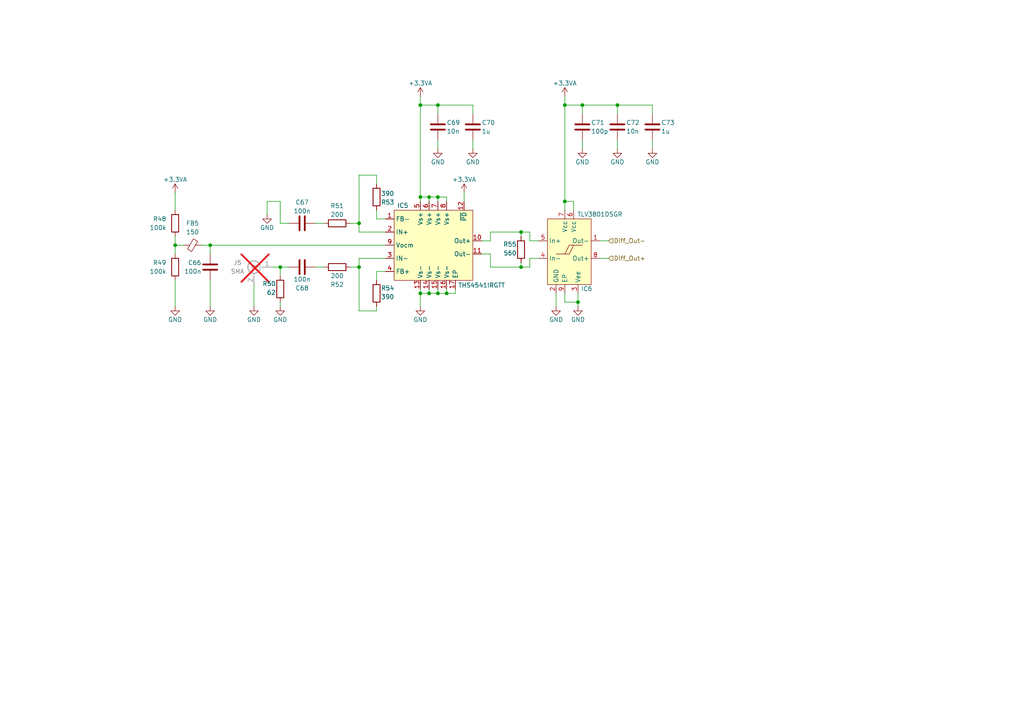
<source format=kicad_sch>
(kicad_sch (version 20250114) (generator "eeschema") (generator_version "9.0")
  (paper "A4")
  (lib_symbols
    (symbol "1_Symbol_Library:THS4541IRGTT"
      (property "Reference" "IC" (at 0 0 0))
      (property "Value" "THS4541IRGTT" (at 13.716 -11.43 0))
      (symbol "THS4541IRGTT_1_1"
        (rectangle (start -11.43 10.16) (end 11.43 -10.16) (fill (type background)))
        (pin passive line (at -13.97 7.62 0) (length 2.54) (name "FB-") (number "1"))
        (pin passive line (at -13.97 3.81 0) (length 2.54) (name "IN+") (number "2"))
        (pin passive line (at -13.97 0 0) (length 2.54) (name "Vocm") (number "9"))
        (pin passive line (at -13.97 -3.81 0) (length 2.54) (name "IN-") (number "3"))
        (pin passive line (at -13.97 -7.62 0) (length 2.54) (name "FB+") (number "4"))
        (pin passive line (at -3.81 12.7 270) (length 2.54) (name "Vs+") (number "5"))
        (pin passive line (at -3.81 -12.7 90) (length 2.54) (name "Vs-") (number "13"))
        (pin passive line (at -1.27 12.7 270) (length 2.54) (name "Vs+") (number "6"))
        (pin passive line (at -1.27 -12.7 90) (length 2.54) (name "Vs-") (number "14"))
        (pin passive line (at 1.27 12.7 270) (length 2.54) (name "Vs+") (number "7"))
        (pin passive line (at 1.27 -12.7 90) (length 2.54) (name "Vs-") (number "15"))
        (pin passive line (at 3.81 12.7 270) (length 2.54) (name "Vs+") (number "8"))
        (pin passive line (at 3.81 -12.7 90) (length 2.54) (name "Vs-") (number "16"))
        (pin passive line (at 6.35 -12.7 90) (length 2.54) (name "EP") (number "17"))
        (pin passive line (at 8.89 12.7 270) (length 2.54) (name "~{PD}") (number "12"))
        (pin passive line (at 13.97 1.27 180) (length 2.54) (name "Out+") (number "10"))
        (pin passive line (at 13.97 -2.54 180) (length 2.54) (name "Out-") (number "11"))
      )
    )
    (symbol "1_Symbol_Library:TLV3801DSGR"
      (property "Reference" "IC" (at -5.588 9.906 0))
      (property "Value" "TLV3801DSGR" (at 8.382 9.906 0))
      (symbol "TLV3801DSGR_1_1"
        (rectangle (start -6.35 8.89) (end 6.35 -10.16) (fill (type background)))
        (polyline (pts (xy -3.81 -1.27) (xy 0 -1.27) (xy 1.27 1.27) (xy 0 1.27) (xy -1.27 -1.27)))
        (polyline (pts (xy 1.27 1.27) (xy 3.81 1.27)))
        (pin passive line (at -8.89 2.54 0) (length 2.54) (name "In+") (number "5"))
        (pin passive line (at -8.89 -2.54 0) (length 2.54) (name "In-") (number "4"))
        (pin passive line (at -3.81 -12.7 90) (length 2.54) (name "GND") (number "2"))
        (pin passive line (at -1.27 11.43 270) (length 2.54) (name "Vcc") (number "7"))
        (pin passive line (at -1.27 -12.7 90) (length 2.54) (name "EP") (number "9"))
        (pin passive line (at 1.27 11.43 270) (length 2.54) (name "Vcc") (number "6"))
        (pin passive line (at 2.54 -12.7 90) (length 2.54) (name "Vee") (number "3"))
        (pin passive line (at 8.89 2.54 180) (length 2.54) (name "Out-") (number "1"))
        (pin passive line (at 8.89 -2.54 180) (length 2.54) (name "Out+") (number "8"))
      )
    )
    (symbol "Connector:Conn_Coaxial" (pin_names (offset 1.016) (hide yes))
      (property "Reference" "J" (at 0.254 3.048 0))
      (property "Value" "Conn_Coaxial" (at 2.921 0 90))
      (symbol "Conn_Coaxial_0_1"
        (polyline (pts (xy -2.54 0) (xy -0.508 0)))
        (arc (start 1.778 0) (mid 0.222 -1.8079) (end -1.778 -0.508) (stroke (width 0.254)))
        (arc (start -1.778 0.508) (mid 0.2221 1.8084) (end 1.778 0) (stroke (width 0.254)))
        (circle (center 0 0) (radius 0.508) (stroke (width 0.2032)))
        (polyline (pts (xy 0 -2.54) (xy 0 -1.778)))
      )
      (symbol "Conn_Coaxial_1_1"
        (pin passive line (at -5.08 0 0) (length 2.54) (name "In") (number "1"))
        (pin passive line (at 0 -5.08 90) (length 2.54) (name "Ext") (number "2"))
      )
    )
    (symbol "Device:C" (pin_numbers (hide yes)) (pin_names (offset 0.254))
      (property "Reference" "C" (at 0.635 2.54 0))
      (property "Value" "C" (at 0.635 -2.54 0))
      (symbol "C_0_1"
        (polyline (pts (xy -2.032 0.762) (xy 2.032 0.762)) (stroke (width 0.508)))
        (polyline (pts (xy -2.032 -0.762) (xy 2.032 -0.762)) (stroke (width 0.508)))
      )
      (symbol "C_1_1"
        (pin passive line (at 0 3.81 270) (length 2.794) (name "~") (number "1"))
        (pin passive line (at 0 -3.81 90) (length 2.794) (name "~") (number "2"))
      )
    )
    (symbol "Device:FerriteBead_Small" (pin_numbers (hide yes)) (pin_names (offset 0))
      (property "Reference" "FB" (at 1.905 1.27 0))
      (property "Value" "FerriteBead_Small" (at 1.905 -1.27 0))
      (symbol "FerriteBead_Small_0_1"
        (polyline (pts (xy -1.8288 0.2794) (xy -1.1176 1.4986) (xy 1.8288 -0.2032) (xy 1.1176 -1.4224) (xy -1.8288 0.2794)))
        (polyline (pts (xy 0 0.889) (xy 0 1.2954)))
        (polyline (pts (xy 0 -1.27) (xy 0 -0.7874)))
      )
      (symbol "FerriteBead_Small_1_1"
        (pin passive line (at 0 2.54 270) (length 1.27) (name "~") (number "1"))
        (pin passive line (at 0 -2.54 90) (length 1.27) (name "~") (number "2"))
      )
    )
    (symbol "Device:R" (pin_numbers (hide yes)) (pin_names (offset 0))
      (property "Reference" "R" (at 2.032 0 90))
      (property "Value" "R" (at 0 0 90))
      (symbol "R_0_1"
        (rectangle (start -1.016 -2.54) (end 1.016 2.54) (stroke (width 0.254)))
      )
      (symbol "R_1_1"
        (pin passive line (at 0 3.81 270) (length 1.27) (name "~") (number "1"))
        (pin passive line (at 0 -3.81 90) (length 1.27) (name "~") (number "2"))
      )
    )
    (symbol "power:+3.3VA" (power) (pin_numbers (hide yes)) (pin_names (offset 0) (hide yes))
      (property "Value" "+3.3VA" (at 0 3.556 0))
      (symbol "+3.3VA_0_1"
        (polyline (pts (xy -0.762 1.27) (xy 0 2.54)))
        (polyline (pts (xy 0 2.54) (xy 0.762 1.27)))
        (polyline (pts (xy 0 0) (xy 0 2.54)))
      )
      (symbol "+3.3VA_1_1"
        (pin power_in line (at 0 0 90) (length 0) (name "~") (number "1"))
      )
    )
    (symbol "power:GND" (power) (pin_numbers (hide yes)) (pin_names (offset 0) (hide yes))
      (property "Value" "GND" (at 0 -3.81 0))
      (symbol "GND_0_1"
        (polyline (pts (xy 0 0) (xy 0 -1.27) (xy 1.27 -1.27) (xy 0 -2.54) (xy -1.27 -1.27) (xy 0 -1.27)))
      )
      (symbol "GND_1_1"
        (pin power_in line (at 0 0 270) (length 0) (name "~") (number "1"))
      )
    )
  )
  (junction (at 179.07 30.48))
  (junction (at 104.14 77.47))
  (junction (at 121.92 30.48))
  (junction (at 127 30.48))
  (junction (at 151.13 67.31))
  (junction (at 168.91 30.48))
  (junction (at 81.28 77.47))
  (junction (at 60.96 71.12))
  (junction (at 104.14 64.77))
  (junction (at 129.54 85.09))
  (junction (at 151.13 77.47))
  (junction (at 127 57.15))
  (junction (at 50.8 71.12))
  (junction (at 121.92 85.09))
  (junction (at 121.92 57.15))
  (junction (at 124.46 85.09))
  (junction (at 163.83 30.48))
  (junction (at 124.46 57.15))
  (junction (at 163.83 58.42))
  (junction (at 127 85.09))
  (junction (at 167.64 87.63))
  (wire (pts (xy 124.46 83.82) (xy 124.46 85.09)))
  (wire (pts (xy 101.6 77.47) (xy 104.14 77.47)))
  (wire (pts (xy 50.8 71.12) (xy 50.8 73.66)))
  (wire (pts (xy 129.54 57.15) (xy 127 57.15)))
  (wire (pts (xy 127 85.09) (xy 124.46 85.09)))
  (wire (pts (xy 101.6 64.77) (xy 104.14 64.77)))
  (wire (pts (xy 109.22 90.17) (xy 104.14 90.17)))
  (wire (pts (xy 111.76 63.5) (xy 109.22 63.5)))
  (wire (pts (xy 137.16 40.64) (xy 137.16 43.18)))
  (wire (pts (xy 109.22 88.9) (xy 109.22 90.17)))
  (wire (pts (xy 124.46 58.42) (xy 124.46 57.15)))
  (wire (pts (xy 121.92 83.82) (xy 121.92 85.09)))
  (wire (pts (xy 176.53 69.85) (xy 173.99 69.85)))
  (wire (pts (xy 81.28 64.77) (xy 83.82 64.77)))
  (wire (pts (xy 167.64 85.09) (xy 167.64 87.63)))
  (wire (pts (xy 179.07 33.02) (xy 179.07 30.48)))
  (wire (pts (xy 153.67 67.31) (xy 153.67 69.85)))
  (wire (pts (xy 151.13 67.31) (xy 153.67 67.31)))
  (wire (pts (xy 163.83 27.94) (xy 163.83 30.48)))
  (wire (pts (xy 163.83 60.96) (xy 163.83 58.42)))
  (wire (pts (xy 142.24 67.31) (xy 151.13 67.31)))
  (wire (pts (xy 142.24 77.47) (xy 151.13 77.47)))
  (wire (pts (xy 137.16 33.02) (xy 137.16 30.48)))
  (wire (pts (xy 91.44 77.47) (xy 93.98 77.47)))
  (wire (pts (xy 166.37 58.42) (xy 166.37 60.96)))
  (wire (pts (xy 109.22 53.34) (xy 109.22 50.8)))
  (wire (pts (xy 153.67 74.93) (xy 156.21 74.93)))
  (wire (pts (xy 173.99 74.93) (xy 176.53 74.93)))
  (wire (pts (xy 58.42 71.12) (xy 60.96 71.12)))
  (wire (pts (xy 50.8 55.88) (xy 50.8 60.96)))
  (wire (pts (xy 104.14 67.31) (xy 111.76 67.31)))
  (wire (pts (xy 78.74 77.47) (xy 81.28 77.47)))
  (wire (pts (xy 121.92 57.15) (xy 121.92 58.42)))
  (wire (pts (xy 50.8 71.12) (xy 53.34 71.12)))
  (wire (pts (xy 109.22 78.74) (xy 109.22 81.28)))
  (wire (pts (xy 50.8 68.58) (xy 50.8 71.12)))
  (wire (pts (xy 132.08 85.09) (xy 129.54 85.09)))
  (wire (pts (xy 142.24 69.85) (xy 142.24 67.31)))
  (wire (pts (xy 163.83 58.42) (xy 166.37 58.42)))
  (wire (pts (xy 127 58.42) (xy 127 57.15)))
  (wire (pts (xy 104.14 74.93) (xy 111.76 74.93)))
  (wire (pts (xy 153.67 69.85) (xy 156.21 69.85)))
  (wire (pts (xy 81.28 58.42) (xy 81.28 64.77)))
  (wire (pts (xy 129.54 85.09) (xy 127 85.09)))
  (wire (pts (xy 77.47 58.42) (xy 77.47 62.23)))
  (wire (pts (xy 163.83 87.63) (xy 167.64 87.63)))
  (wire (pts (xy 153.67 77.47) (xy 153.67 74.93)))
  (wire (pts (xy 168.91 40.64) (xy 168.91 43.18)))
  (wire (pts (xy 189.23 40.64) (xy 189.23 43.18)))
  (wire (pts (xy 142.24 73.66) (xy 142.24 77.47)))
  (wire (pts (xy 111.76 78.74) (xy 109.22 78.74)))
  (wire (pts (xy 77.47 58.42) (xy 81.28 58.42)))
  (wire (pts (xy 129.54 58.42) (xy 129.54 57.15)))
  (wire (pts (xy 179.07 30.48) (xy 168.91 30.48)))
  (wire (pts (xy 91.44 64.77) (xy 93.98 64.77)))
  (wire (pts (xy 104.14 64.77) (xy 104.14 67.31)))
  (wire (pts (xy 60.96 71.12) (xy 111.76 71.12)))
  (wire (pts (xy 104.14 64.77) (xy 104.14 50.8)))
  (wire (pts (xy 121.92 30.48) (xy 127 30.48)))
  (wire (pts (xy 129.54 83.82) (xy 129.54 85.09)))
  (wire (pts (xy 163.83 85.09) (xy 163.83 87.63)))
  (wire (pts (xy 104.14 77.47) (xy 104.14 74.93)))
  (wire (pts (xy 60.96 81.28) (xy 60.96 88.9)))
  (wire (pts (xy 50.8 81.28) (xy 50.8 88.9)))
  (wire (pts (xy 127 83.82) (xy 127 85.09)))
  (wire (pts (xy 137.16 30.48) (xy 127 30.48)))
  (wire (pts (xy 81.28 87.63) (xy 81.28 88.9)))
  (wire (pts (xy 139.7 69.85) (xy 142.24 69.85)))
  (wire (pts (xy 121.92 30.48) (xy 121.92 57.15)))
  (wire (pts (xy 151.13 77.47) (xy 153.67 77.47)))
  (wire (pts (xy 179.07 40.64) (xy 179.07 43.18)))
  (wire (pts (xy 139.7 73.66) (xy 142.24 73.66)))
  (wire (pts (xy 132.08 83.82) (xy 132.08 85.09)))
  (wire (pts (xy 121.92 27.94) (xy 121.92 30.48)))
  (wire (pts (xy 151.13 76.2) (xy 151.13 77.47)))
  (wire (pts (xy 81.28 77.47) (xy 81.28 80.01)))
  (wire (pts (xy 163.83 30.48) (xy 163.83 58.42)))
  (wire (pts (xy 168.91 33.02) (xy 168.91 30.48)))
  (wire (pts (xy 189.23 33.02) (xy 189.23 30.48)))
  (wire (pts (xy 109.22 50.8) (xy 104.14 50.8)))
  (wire (pts (xy 127 33.02) (xy 127 30.48)))
  (wire (pts (xy 73.66 82.55) (xy 73.66 88.9)))
  (wire (pts (xy 189.23 30.48) (xy 179.07 30.48)))
  (wire (pts (xy 121.92 85.09) (xy 121.92 88.9)))
  (wire (pts (xy 124.46 57.15) (xy 127 57.15)))
  (wire (pts (xy 81.28 77.47) (xy 83.82 77.47)))
  (wire (pts (xy 109.22 63.5) (xy 109.22 60.96)))
  (wire (pts (xy 60.96 71.12) (xy 60.96 73.66)))
  (wire (pts (xy 161.29 85.09) (xy 161.29 88.9)))
  (wire (pts (xy 121.92 57.15) (xy 124.46 57.15)))
  (wire (pts (xy 124.46 85.09) (xy 121.92 85.09)))
  (wire (pts (xy 167.64 87.63) (xy 167.64 88.9)))
  (wire (pts (xy 127 40.64) (xy 127 43.18)))
  (wire (pts (xy 151.13 68.58) (xy 151.13 67.31)))
  (wire (pts (xy 163.83 30.48) (xy 168.91 30.48)))
  (wire (pts (xy 134.62 55.88) (xy 134.62 58.42)))
  (wire (pts (xy 104.14 77.47) (xy 104.14 90.17)))
  (hierarchical_label "Diff_Out+" (shape input) (at 176.53 74.93 0))
  (hierarchical_label "Diff_Out-" (shape input) (at 176.53 69.85 0))
  (symbol (lib_id "power:GND") (at 137.16 43.18 0) (unit 1)
    (property "Reference" "#PWR0125" (effects (hide yes)))
    (property "Value" "GND" (at 137.16 46.99 0))
    (property "Description" "Power symbol creates a global label with name \"GND\" , ground" (effects (hide yes)))
    (instances (project "Clocker_v1" (path "" (reference "#PWR0159") (unit 1)) (path "" (reference "#PWR0142") (unit 1)) (path "" (reference "#PWR0125") (unit 1)) (path "" (reference "#PWR0187") (unit 1)) (path "" (reference "#PWR0204") (unit 1))))
  )
  (symbol (lib_id "power:GND") (at 121.92 88.9 0) (unit 1)
    (property "Reference" "#PWR0122" (effects (hide yes)))
    (property "Value" "GND" (at 121.92 92.71 0))
    (property "Description" "Power symbol creates a global label with name \"GND\" , ground" (effects (hide yes)))
    (instances (project "Clocker_v1" (path "" (reference "#PWR0156") (unit 1)) (path "" (reference "#PWR0139") (unit 1)) (path "" (reference "#PWR0122") (unit 1)) (path "" (reference "#PWR0184") (unit 1)) (path "" (reference "#PWR0201") (unit 1))))
  )
  (symbol (lib_id "Device:C") (at 137.16 36.83 0) (unit 1)
    (property "Reference" "C54" (at 139.7 35.5599 0) (effects (justify left)))
    (property "Value" "1u" (at 139.7 38.0999 0) (effects (justify left)))
    (property "Footprint" "Capacitor_SMD:C_0603_1608Metric" (effects (hide yes)))
    (property "Description" "Unpolarized capacitor" (effects (hide yes)))
    (instances (project "Clocker_v1" (path "" (reference "C70") (unit 1)) (path "" (reference "C62") (unit 1)) (path "" (reference "C54") (unit 1)) (path "" (reference "C78") (unit 1)) (path "" (reference "C86") (unit 1))))
  )
  (symbol (lib_id "power:GND") (at 73.66 88.9 0) (unit 1)
    (property "Reference" "#PWR0118" (effects (hide yes)))
    (property "Value" "GND" (at 73.66 92.71 0))
    (property "Description" "Power symbol creates a global label with name \"GND\" , ground" (effects (hide yes)))
    (instances (project "Clocker_v1" (path "" (reference "#PWR0152") (unit 1)) (path "" (reference "#PWR0135") (unit 1)) (path "" (reference "#PWR0118") (unit 1)) (path "" (reference "#PWR0180") (unit 1)) (path "" (reference "#PWR0197") (unit 1))))
  )
  (symbol (lib_id "Device:R") (at 81.28 83.82 0) (unit 1)
    (property "Reference" "R34" (at 80.01 82.2959 0) (effects (justify right)))
    (property "Value" "62" (at 80.01 84.8359 0) (effects (justify right)))
    (property "Footprint" "Resistor_SMD:R_0402_1005Metric" (effects (hide yes)))
    (property "Description" "Resistor" (effects (hide yes)))
    (instances (project "Clocker_v1" (path "" (reference "R50") (unit 1)) (path "" (reference "R42") (unit 1)) (path "" (reference "R34") (unit 1)) (path "" (reference "R69") (unit 1)) (path "" (reference "R77") (unit 1))))
  )
  (symbol (lib_id "Connector:Conn_Coaxial") (at 73.66 77.47 0) (mirror y) (unit 1) (dnp yes)
    (property "Reference" "J3" (at 68.8974 76.2 0))
    (property "Value" "SMA" (at 68.8974 78.74 0))
    (property "Footprint" "1_Footprint_Library:73251-115" (effects (hide yes)))
    (property "Description" "coaxial connector (BNC, SMA, SMB, SMC, Cinch/RCA, LEMO, ...)" (effects (hide yes)))
    (instances (project "Clocker_v1" (path "" (reference "J5") (unit 1)) (path "" (reference "J4") (unit 1)) (path "" (reference "J3") (unit 1)) (path "" (reference "J6") (unit 1)) (path "" (reference "J7") (unit 1))))
  )
  (symbol (lib_id "power:GND") (at 189.23 43.18 0) (unit 1)
    (property "Reference" "#PWR0131" (effects (hide yes)))
    (property "Value" "GND" (at 189.23 46.99 0))
    (property "Description" "Power symbol creates a global label with name \"GND\" , ground" (effects (hide yes)))
    (instances (project "Clocker_v1" (path "" (reference "#PWR0165") (unit 1)) (path "" (reference "#PWR0148") (unit 1)) (path "" (reference "#PWR0131") (unit 1)) (path "" (reference "#PWR0193") (unit 1)) (path "" (reference "#PWR0210") (unit 1))))
  )
  (symbol (lib_id "Device:C") (at 179.07 36.83 0) (unit 1)
    (property "Reference" "C56" (at 181.61 35.5599 0) (effects (justify left)))
    (property "Value" "10n" (at 181.61 38.0999 0) (effects (justify left)))
    (property "Footprint" "Capacitor_SMD:C_0402_1005Metric" (effects (hide yes)))
    (property "Description" "Unpolarized capacitor" (effects (hide yes)))
    (instances (project "Clocker_v1" (path "" (reference "C72") (unit 1)) (path "" (reference "C64") (unit 1)) (path "" (reference "C56") (unit 1)) (path "" (reference "C80") (unit 1)) (path "" (reference "C88") (unit 1))))
  )
  (symbol (lib_id "power:+3.3VA") (at 121.92 27.94 0) (unit 1)
    (property "Reference" "#PWR0121" (effects (hide yes)))
    (property "Value" "+3.3VA" (at 121.92 24.13 0))
    (property "Description" "Power symbol creates a global label with name \"+3.3VA\"" (effects (hide yes)))
    (instances (project "Clocker_v1" (path "" (reference "#PWR0155") (unit 1)) (path "" (reference "#PWR0138") (unit 1)) (path "" (reference "#PWR0121") (unit 1)) (path "" (reference "#PWR0183") (unit 1)) (path "" (reference "#PWR0200") (unit 1))))
  )
  (symbol (lib_id "Device:FerriteBead_Small") (at 55.88 71.12 90) (unit 1)
    (property "Reference" "FB3" (at 55.8419 64.77 90))
    (property "Value" "150" (at 55.8419 67.31 90))
    (property "Footprint" "Inductor_SMD:L_0805_2012Metric" (effects (hide yes)))
    (property "Description" "Ferrite bead, small symbol" (effects (hide yes)))
    (instances (project "Clocker_v1" (path "" (reference "FB5") (unit 1)) (path "" (reference "FB4") (unit 1)) (path "" (reference "FB3") (unit 1)) (path "" (reference "FB6") (unit 1)) (path "" (reference "FB7") (unit 1))))
  )
  (symbol (lib_id "Device:R") (at 50.8 77.47 0) (mirror y) (unit 1)
    (property "Reference" "R33" (at 48.26 76.1999 0) (effects (justify left)))
    (property "Value" "100k" (at 48.26 78.7399 0) (effects (justify left)))
    (property "Footprint" "Resistor_SMD:R_0402_1005Metric" (effects (hide yes)))
    (property "Description" "Resistor" (effects (hide yes)))
    (instances (project "Clocker_v1" (path "" (reference "R49") (unit 1)) (path "" (reference "R41") (unit 1)) (path "" (reference "R33") (unit 1)) (path "" (reference "R68") (unit 1)) (path "" (reference "R76") (unit 1))))
  )
  (symbol (lib_id "power:+3.3VA") (at 134.62 55.88 0) (unit 1)
    (property "Reference" "#PWR0124" (effects (hide yes)))
    (property "Value" "+3.3VA" (at 134.62 52.07 0))
    (property "Description" "Power symbol creates a global label with name \"+3.3VA\"" (effects (hide yes)))
    (instances (project "Clocker_v1" (path "" (reference "#PWR0158") (unit 1)) (path "" (reference "#PWR0141") (unit 1)) (path "" (reference "#PWR0124") (unit 1)) (path "" (reference "#PWR0186") (unit 1)) (path "" (reference "#PWR0203") (unit 1))))
  )
  (symbol (lib_id "Device:C") (at 189.23 36.83 0) (unit 1)
    (property "Reference" "C57" (at 191.77 35.5599 0) (effects (justify left)))
    (property "Value" "1u" (at 191.77 38.0999 0) (effects (justify left)))
    (property "Footprint" "Capacitor_SMD:C_0603_1608Metric" (effects (hide yes)))
    (property "Description" "Unpolarized capacitor" (effects (hide yes)))
    (instances (project "Clocker_v1" (path "" (reference "C73") (unit 1)) (path "" (reference "C65") (unit 1)) (path "" (reference "C57") (unit 1)) (path "" (reference "C81") (unit 1)) (path "" (reference "C89") (unit 1))))
  )
  (symbol (lib_id "power:GND") (at 161.29 88.9 0) (unit 1)
    (property "Reference" "#PWR0126" (effects (hide yes)))
    (property "Value" "GND" (at 161.29 92.71 0))
    (property "Description" "Power symbol creates a global label with name \"GND\" , ground" (effects (hide yes)))
    (instances (project "Clocker_v1" (path "" (reference "#PWR0160") (unit 1)) (path "" (reference "#PWR0143") (unit 1)) (path "" (reference "#PWR0126") (unit 1)) (path "" (reference "#PWR0188") (unit 1)) (path "" (reference "#PWR0205") (unit 1))))
  )
  (symbol (lib_id "Device:C") (at 87.63 77.47 90) (mirror x) (unit 1)
    (property "Reference" "C52" (at 87.63 83.566 90))
    (property "Value" "100n" (at 87.63 81.026 90))
    (property "Footprint" "Capacitor_SMD:C_0402_1005Metric" (effects (hide yes)))
    (property "Description" "Unpolarized capacitor" (effects (hide yes)))
    (instances (project "Clocker_v1" (path "" (reference "C68") (unit 1)) (path "" (reference "C60") (unit 1)) (path "" (reference "C52") (unit 1)) (path "" (reference "C76") (unit 1)) (path "" (reference "C84") (unit 1))))
  )
  (symbol (lib_id "Device:C") (at 60.96 77.47 0) (mirror y) (unit 1)
    (property "Reference" "C50" (at 58.42 76.1999 0) (effects (justify left)))
    (property "Value" "100n" (at 58.42 78.7399 0) (effects (justify left)))
    (property "Footprint" "Capacitor_SMD:C_0402_1005Metric" (effects (hide yes)))
    (property "Description" "Unpolarized capacitor" (effects (hide yes)))
    (instances (project "Clocker_v1" (path "" (reference "C66") (unit 1)) (path "" (reference "C58") (unit 1)) (path "" (reference "C50") (unit 1)) (path "" (reference "C74") (unit 1)) (path "" (reference "C82") (unit 1))))
  )
  (symbol (lib_id "Device:C") (at 87.63 64.77 90) (unit 1)
    (property "Reference" "C51" (at 87.63 58.674 90))
    (property "Value" "100n" (at 87.63 61.214 90))
    (property "Footprint" "Capacitor_SMD:C_0402_1005Metric" (effects (hide yes)))
    (property "Description" "Unpolarized capacitor" (effects (hide yes)))
    (instances (project "Clocker_v1" (path "" (reference "C67") (unit 1)) (path "" (reference "C59") (unit 1)) (path "" (reference "C51") (unit 1)) (path "" (reference "C75") (unit 1)) (path "" (reference "C83") (unit 1))))
  )
  (symbol (lib_id "power:GND") (at 77.47 62.23 0) (unit 1)
    (property "Reference" "#PWR0119" (effects (hide yes)))
    (property "Value" "GND" (at 77.47 66.04 0))
    (property "Description" "Power symbol creates a global label with name \"GND\" , ground" (effects (hide yes)))
    (instances (project "Clocker_v1" (path "" (reference "#PWR0153") (unit 1)) (path "" (reference "#PWR0136") (unit 1)) (path "" (reference "#PWR0119") (unit 1)) (path "" (reference "#PWR0181") (unit 1)) (path "" (reference "#PWR0198") (unit 1))))
  )
  (symbol (lib_id "power:GND") (at 168.91 43.18 0) (unit 1)
    (property "Reference" "#PWR0129" (effects (hide yes)))
    (property "Value" "GND" (at 168.91 46.99 0))
    (property "Description" "Power symbol creates a global label with name \"GND\" , ground" (effects (hide yes)))
    (instances (project "Clocker_v1" (path "" (reference "#PWR0163") (unit 1)) (path "" (reference "#PWR0146") (unit 1)) (path "" (reference "#PWR0129") (unit 1)) (path "" (reference "#PWR0191") (unit 1)) (path "" (reference "#PWR0208") (unit 1))))
  )
  (symbol (lib_id "power:GND") (at 167.64 88.9 0) (unit 1)
    (property "Reference" "#PWR0128" (effects (hide yes)))
    (property "Value" "GND" (at 167.64 92.71 0))
    (property "Description" "Power symbol creates a global label with name \"GND\" , ground" (effects (hide yes)))
    (instances (project "Clocker_v1" (path "" (reference "#PWR0162") (unit 1)) (path "" (reference "#PWR0145") (unit 1)) (path "" (reference "#PWR0128") (unit 1)) (path "" (reference "#PWR0190") (unit 1)) (path "" (reference "#PWR0207") (unit 1))))
  )
  (symbol (lib_id "Device:R") (at 97.79 64.77 90) (unit 1)
    (property "Reference" "R35" (at 97.79 59.69 90))
    (property "Value" "200" (at 97.79 62.23 90))
    (property "Footprint" "Resistor_SMD:R_0402_1005Metric" (effects (hide yes)))
    (property "Description" "Resistor" (effects (hide yes)))
    (instances (project "Clocker_v1" (path "" (reference "R51") (unit 1)) (path "" (reference "R43") (unit 1)) (path "" (reference "R35") (unit 1)) (path "" (reference "R70") (unit 1)) (path "" (reference "R78") (unit 1))))
  )
  (symbol (lib_id "Device:R") (at 50.8 64.77 0) (mirror y) (unit 1)
    (property "Reference" "R32" (at 48.26 63.4999 0) (effects (justify left)))
    (property "Value" "100k" (at 48.26 66.0399 0) (effects (justify left)))
    (property "Footprint" "Resistor_SMD:R_0402_1005Metric" (effects (hide yes)))
    (property "Description" "Resistor" (effects (hide yes)))
    (instances (project "Clocker_v1" (path "" (reference "R48") (unit 1)) (path "" (reference "R40") (unit 1)) (path "" (reference "R32") (unit 1)) (path "" (reference "R67") (unit 1)) (path "" (reference "R75") (unit 1))))
  )
  (symbol (lib_id "power:GND") (at 60.96 88.9 0) (mirror y) (unit 1)
    (property "Reference" "#PWR0117" (effects (hide yes)))
    (property "Value" "GND" (at 60.96 92.71 0))
    (property "Description" "Power symbol creates a global label with name \"GND\" , ground" (effects (hide yes)))
    (instances (project "Clocker_v1" (path "" (reference "#PWR0151") (unit 1)) (path "" (reference "#PWR0134") (unit 1)) (path "" (reference "#PWR0117") (unit 1)) (path "" (reference "#PWR0179") (unit 1)) (path "" (reference "#PWR0196") (unit 1))))
  )
  (symbol (lib_id "power:GND") (at 81.28 88.9 0) (unit 1)
    (property "Reference" "#PWR0120" (effects (hide yes)))
    (property "Value" "GND" (at 81.28 92.71 0))
    (property "Description" "Power symbol creates a global label with name \"GND\" , ground" (effects (hide yes)))
    (instances (project "Clocker_v1" (path "" (reference "#PWR0154") (unit 1)) (path "" (reference "#PWR0137") (unit 1)) (path "" (reference "#PWR0120") (unit 1)) (path "" (reference "#PWR0182") (unit 1)) (path "" (reference "#PWR0199") (unit 1))))
  )
  (symbol (lib_id "power:GND") (at 127 43.18 0) (unit 1)
    (property "Reference" "#PWR0123" (effects (hide yes)))
    (property "Value" "GND" (at 127 46.99 0))
    (property "Description" "Power symbol creates a global label with name \"GND\" , ground" (effects (hide yes)))
    (instances (project "Clocker_v1" (path "" (reference "#PWR0157") (unit 1)) (path "" (reference "#PWR0140") (unit 1)) (path "" (reference "#PWR0123") (unit 1)) (path "" (reference "#PWR0185") (unit 1)) (path "" (reference "#PWR0202") (unit 1))))
  )
  (symbol (lib_id "1_Symbol_Library:THS4541IRGTT") (at 125.73 71.12 0) (unit 1)
    (property "Reference" "IC1" (at 116.84 59.6198 0))
    (property "Value" "THS4541IRGTT" (at 139.7 82.7338 0))
    (property "Footprint" "1_Footprint_Library:VQFN-16-1EP_3x3mm_P0.5mm_EP1.45x1.45mm" (effects (hide yes)))
    (instances (project "Clocker_v1" (path "" (reference "IC5") (unit 1)) (path "" (reference "IC3") (unit 1)) (path "" (reference "IC1") (unit 1)) (path "" (reference "IC7") (unit 1)) (path "" (reference "IC9") (unit 1))))
  )
  (symbol (lib_id "Device:R") (at 151.13 72.39 0) (unit 1)
    (property "Reference" "R39" (at 149.86 70.8659 0) (effects (justify right)))
    (property "Value" "560" (at 149.86 73.4059 0) (effects (justify right)))
    (property "Footprint" "Resistor_SMD:R_0402_1005Metric" (effects (hide yes)))
    (property "Description" "Resistor" (effects (hide yes)))
    (instances (project "Clocker_v1" (path "" (reference "R55") (unit 1)) (path "" (reference "R47") (unit 1)) (path "" (reference "R39") (unit 1)) (path "" (reference "R74") (unit 1)) (path "" (reference "R82") (unit 1))))
  )
  (symbol (lib_id "power:+3.3VA") (at 163.83 27.94 0) (unit 1)
    (property "Reference" "#PWR0127" (effects (hide yes)))
    (property "Value" "+3.3VA" (at 163.83 24.13 0))
    (property "Description" "Power symbol creates a global label with name \"+3.3VA\"" (effects (hide yes)))
    (instances (project "Clocker_v1" (path "" (reference "#PWR0161") (unit 1)) (path "" (reference "#PWR0144") (unit 1)) (path "" (reference "#PWR0127") (unit 1)) (path "" (reference "#PWR0189") (unit 1)) (path "" (reference "#PWR0206") (unit 1))))
  )
  (symbol (lib_id "Device:C") (at 168.91 36.83 0) (unit 1)
    (property "Reference" "C55" (at 171.45 35.5599 0) (effects (justify left)))
    (property "Value" "100p" (at 171.45 38.0999 0) (effects (justify left)))
    (property "Footprint" "Capacitor_SMD:C_0402_1005Metric" (effects (hide yes)))
    (property "Description" "Unpolarized capacitor" (effects (hide yes)))
    (instances (project "Clocker_v1" (path "" (reference "C71") (unit 1)) (path "" (reference "C63") (unit 1)) (path "" (reference "C55") (unit 1)) (path "" (reference "C79") (unit 1)) (path "" (reference "C87") (unit 1))))
  )
  (symbol (lib_id "Device:C") (at 127 36.83 0) (unit 1)
    (property "Reference" "C53" (at 129.54 35.5599 0) (effects (justify left)))
    (property "Value" "10n" (at 129.54 38.0999 0) (effects (justify left)))
    (property "Footprint" "Capacitor_SMD:C_0402_1005Metric" (effects (hide yes)))
    (property "Description" "Unpolarized capacitor" (effects (hide yes)))
    (instances (project "Clocker_v1" (path "" (reference "C69") (unit 1)) (path "" (reference "C61") (unit 1)) (path "" (reference "C53") (unit 1)) (path "" (reference "C77") (unit 1)) (path "" (reference "C85") (unit 1))))
  )
  (symbol (lib_id "Device:R") (at 109.22 85.09 0) (mirror y) (unit 1)
    (property "Reference" "R38" (at 110.49 83.5659 0) (effects (justify right)))
    (property "Value" "390" (at 110.49 86.1059 0) (effects (justify right)))
    (property "Footprint" "Resistor_SMD:R_0402_1005Metric" (effects (hide yes)))
    (property "Description" "Resistor" (effects (hide yes)))
    (instances (project "Clocker_v1" (path "" (reference "R54") (unit 1)) (path "" (reference "R46") (unit 1)) (path "" (reference "R38") (unit 1)) (path "" (reference "R73") (unit 1)) (path "" (reference "R81") (unit 1))))
  )
  (symbol (lib_id "Device:R") (at 97.79 77.47 90) (mirror x) (unit 1)
    (property "Reference" "R36" (at 97.79 82.55 90))
    (property "Value" "200" (at 97.79 80.01 90))
    (property "Footprint" "Resistor_SMD:R_0402_1005Metric" (effects (hide yes)))
    (property "Description" "Resistor" (effects (hide yes)))
    (instances (project "Clocker_v1" (path "" (reference "R52") (unit 1)) (path "" (reference "R44") (unit 1)) (path "" (reference "R36") (unit 1)) (path "" (reference "R71") (unit 1)) (path "" (reference "R79") (unit 1))))
  )
  (symbol (lib_id "power:+3.3VA") (at 50.8 55.88 0) (unit 1)
    (property "Reference" "#PWR0115" (effects (hide yes)))
    (property "Value" "+3.3VA" (at 50.8 52.07 0))
    (property "Description" "Power symbol creates a global label with name \"+3.3VA\"" (effects (hide yes)))
    (instances (project "Clocker_v1" (path "" (reference "#PWR0149") (unit 1)) (path "" (reference "#PWR0132") (unit 1)) (path "" (reference "#PWR0115") (unit 1)) (path "" (reference "#PWR0177") (unit 1)) (path "" (reference "#PWR0194") (unit 1))))
  )
  (symbol (lib_id "1_Symbol_Library:TLV3801DSGR") (at 165.1 72.39 0) (unit 1)
    (property "Reference" "IC2" (at 170.18 83.7498 0))
    (property "Value" "TLV3801DSGR" (at 173.99 62.1598 0))
    (property "Footprint" "Package_SON:WSON-8-1EP_2x2mm_P0.5mm_EP0.9x1.6mm" (effects (hide yes)))
    (instances (project "Clocker_v1" (path "" (reference "IC6") (unit 1)) (path "" (reference "IC4") (unit 1)) (path "" (reference "IC2") (unit 1)) (path "" (reference "IC8") (unit 1)) (path "" (reference "IC10") (unit 1))))
  )
  (symbol (lib_id "Device:R") (at 109.22 57.15 180) (unit 1)
    (property "Reference" "R37" (at 110.49 58.6741 0) (effects (justify right)))
    (property "Value" "390" (at 110.49 56.1341 0) (effects (justify right)))
    (property "Footprint" "Resistor_SMD:R_0402_1005Metric" (effects (hide yes)))
    (property "Description" "Resistor" (effects (hide yes)))
    (instances (project "Clocker_v1" (path "" (reference "R53") (unit 1)) (path "" (reference "R45") (unit 1)) (path "" (reference "R37") (unit 1)) (path "" (reference "R72") (unit 1)) (path "" (reference "R80") (unit 1))))
  )
  (symbol (lib_id "power:GND") (at 50.8 88.9 0) (unit 1)
    (property "Reference" "#PWR0116" (effects (hide yes)))
    (property "Value" "GND" (at 50.8 92.71 0))
    (property "Description" "Power symbol creates a global label with name \"GND\" , ground" (effects (hide yes)))
    (instances (project "Clocker_v1" (path "" (reference "#PWR0150") (unit 1)) (path "" (reference "#PWR0133") (unit 1)) (path "" (reference "#PWR0116") (unit 1)) (path "" (reference "#PWR0178") (unit 1)) (path "" (reference "#PWR0195") (unit 1))))
  )
  (symbol (lib_id "power:GND") (at 179.07 43.18 0) (unit 1)
    (property "Reference" "#PWR0130" (effects (hide yes)))
    (property "Value" "GND" (at 179.07 46.99 0))
    (property "Description" "Power symbol creates a global label with name \"GND\" , ground" (effects (hide yes)))
    (instances (project "Clocker_v1" (path "" (reference "#PWR0164") (unit 1)) (path "" (reference "#PWR0147") (unit 1)) (path "" (reference "#PWR0130") (unit 1)) (path "" (reference "#PWR0192") (unit 1)) (path "" (reference "#PWR0209") (unit 1))))
  )
)
</source>
